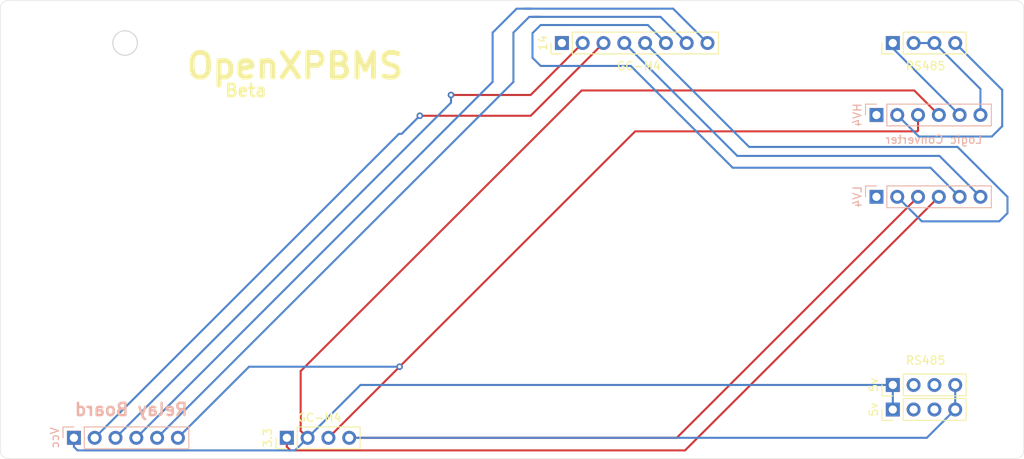
<source format=kicad_pcb>
(kicad_pcb (version 20171130) (host pcbnew "(5.1.4)-1")

  (general
    (thickness 1.6)
    (drawings 19)
    (tracks 89)
    (zones 0)
    (modules 8)
    (nets 1)
  )

  (page A4)
  (title_block
    (title "OpenXPBMS PCB - For Adafruit Grand Central M4")
    (date 2020-01-04)
  )

  (layers
    (0 F.Cu signal)
    (31 B.Cu signal)
    (32 B.Adhes user)
    (33 F.Adhes user)
    (34 B.Paste user)
    (35 F.Paste user)
    (36 B.SilkS user)
    (37 F.SilkS user)
    (38 B.Mask user)
    (39 F.Mask user)
    (40 Dwgs.User user)
    (41 Cmts.User user)
    (42 Eco1.User user)
    (43 Eco2.User user)
    (44 Edge.Cuts user)
    (45 Margin user)
    (46 B.CrtYd user)
    (47 F.CrtYd user)
    (48 B.Fab user)
    (49 F.Fab user)
  )

  (setup
    (last_trace_width 0.25)
    (trace_clearance 0.2)
    (zone_clearance 0.508)
    (zone_45_only no)
    (trace_min 0.2)
    (via_size 0.8)
    (via_drill 0.4)
    (via_min_size 0.4)
    (via_min_drill 0.3)
    (uvia_size 0.3)
    (uvia_drill 0.1)
    (uvias_allowed no)
    (uvia_min_size 0.2)
    (uvia_min_drill 0.1)
    (edge_width 0.05)
    (segment_width 0.2)
    (pcb_text_width 0.3)
    (pcb_text_size 1.5 1.5)
    (mod_edge_width 0.12)
    (mod_text_size 1 1)
    (mod_text_width 0.15)
    (pad_size 1.7 1.7)
    (pad_drill 1)
    (pad_to_mask_clearance 0.051)
    (solder_mask_min_width 0.25)
    (aux_axis_origin 0 0)
    (visible_elements 7FFFFFFF)
    (pcbplotparams
      (layerselection 0x010fc_ffffffff)
      (usegerberextensions false)
      (usegerberattributes false)
      (usegerberadvancedattributes false)
      (creategerberjobfile false)
      (excludeedgelayer true)
      (linewidth 0.100000)
      (plotframeref false)
      (viasonmask false)
      (mode 1)
      (useauxorigin false)
      (hpglpennumber 1)
      (hpglpenspeed 20)
      (hpglpendiameter 15.000000)
      (psnegative false)
      (psa4output false)
      (plotreference true)
      (plotvalue true)
      (plotinvisibletext false)
      (padsonsilk false)
      (subtractmaskfromsilk false)
      (outputformat 1)
      (mirror false)
      (drillshape 0)
      (scaleselection 1)
      (outputdirectory "gerbers/"))
  )

  (net 0 "")

  (net_class Default "This is the default net class."
    (clearance 0.2)
    (trace_width 0.25)
    (via_dia 0.8)
    (via_drill 0.4)
    (uvia_dia 0.3)
    (uvia_drill 0.1)
  )

  (module Connector_PinHeader_2.54mm:PinHeader_1x06_P2.54mm_Vertical (layer B.Cu) (tedit 59FED5CC) (tstamp 5E11ADEB)
    (at 100 124.46 270)
    (descr "Through hole straight pin header, 1x06, 2.54mm pitch, single row")
    (tags "Through hole pin header THT 1x06 2.54mm single row")
    (fp_text reference Vcc (at 0 2.33 270) (layer B.SilkS)
      (effects (font (size 1 1) (thickness 0.15)) (justify mirror))
    )
    (fp_text value PinHeader_1x06_P2.54mm_Vertical (at 0 -15.03 270) (layer B.Fab) hide
      (effects (font (size 1 1) (thickness 0.15)) (justify mirror))
    )
    (fp_text user %R (at 0 -6.35) (layer B.Fab) hide
      (effects (font (size 1 1) (thickness 0.15)) (justify mirror))
    )
    (fp_line (start 1.8 1.8) (end -1.8 1.8) (layer B.CrtYd) (width 0.05))
    (fp_line (start 1.8 -14.5) (end 1.8 1.8) (layer B.CrtYd) (width 0.05))
    (fp_line (start -1.8 -14.5) (end 1.8 -14.5) (layer B.CrtYd) (width 0.05))
    (fp_line (start -1.8 1.8) (end -1.8 -14.5) (layer B.CrtYd) (width 0.05))
    (fp_line (start -1.33 1.33) (end 0 1.33) (layer B.SilkS) (width 0.12))
    (fp_line (start -1.33 0) (end -1.33 1.33) (layer B.SilkS) (width 0.12))
    (fp_line (start -1.33 -1.27) (end 1.33 -1.27) (layer B.SilkS) (width 0.12))
    (fp_line (start 1.33 -1.27) (end 1.33 -14.03) (layer B.SilkS) (width 0.12))
    (fp_line (start -1.33 -1.27) (end -1.33 -14.03) (layer B.SilkS) (width 0.12))
    (fp_line (start -1.33 -14.03) (end 1.33 -14.03) (layer B.SilkS) (width 0.12))
    (fp_line (start -1.27 0.635) (end -0.635 1.27) (layer B.Fab) (width 0.1))
    (fp_line (start -1.27 -13.97) (end -1.27 0.635) (layer B.Fab) (width 0.1))
    (fp_line (start 1.27 -13.97) (end -1.27 -13.97) (layer B.Fab) (width 0.1))
    (fp_line (start 1.27 1.27) (end 1.27 -13.97) (layer B.Fab) (width 0.1))
    (fp_line (start -0.635 1.27) (end 1.27 1.27) (layer B.Fab) (width 0.1))
    (pad 6 thru_hole oval (at 0 -12.7 270) (size 1.7 1.7) (drill 1) (layers *.Cu *.Mask))
    (pad 5 thru_hole oval (at 0 -10.16 270) (size 1.7 1.7) (drill 1) (layers *.Cu *.Mask))
    (pad 4 thru_hole oval (at 0 -7.62 270) (size 1.7 1.7) (drill 1) (layers *.Cu *.Mask))
    (pad 3 thru_hole oval (at 0 -5.08 270) (size 1.7 1.7) (drill 1) (layers *.Cu *.Mask))
    (pad 2 thru_hole oval (at 0 -2.54 270) (size 1.7 1.7) (drill 1) (layers *.Cu *.Mask))
    (pad 1 thru_hole rect (at 0 0 270) (size 1.7 1.7) (drill 1) (layers *.Cu *.Mask))
    (model ${KISYS3DMOD}/Connector_PinHeader_2.54mm.3dshapes/PinHeader_1x06_P2.54mm_Vertical.wrl
      (at (xyz 0 0 0))
      (scale (xyz 1 1 1))
      (rotate (xyz 0 0 0))
    )
  )

  (module Connector_PinHeader_2.54mm:PinHeader_1x04_P2.54mm_Vertical (layer F.Cu) (tedit 59FED5CC) (tstamp 5E11AC8E)
    (at 200 121 90)
    (descr "Through hole straight pin header, 1x04, 2.54mm pitch, single row")
    (tags "Through hole pin header THT 1x04 2.54mm single row")
    (fp_text reference 5v (at 0 -2.33 90) (layer F.SilkS)
      (effects (font (size 1 1) (thickness 0.15)))
    )
    (fp_text value PinHeader_1x04_P2.54mm_Vertical (at 0 9.95 90) (layer F.Fab) hide
      (effects (font (size 1 1) (thickness 0.15)))
    )
    (fp_text user %R (at 0 3.81) (layer F.Fab) hide
      (effects (font (size 1 1) (thickness 0.15)))
    )
    (fp_line (start 1.8 -1.8) (end -1.8 -1.8) (layer F.CrtYd) (width 0.05))
    (fp_line (start 1.8 9.4) (end 1.8 -1.8) (layer F.CrtYd) (width 0.05))
    (fp_line (start -1.8 9.4) (end 1.8 9.4) (layer F.CrtYd) (width 0.05))
    (fp_line (start -1.8 -1.8) (end -1.8 9.4) (layer F.CrtYd) (width 0.05))
    (fp_line (start -1.33 -1.33) (end 0 -1.33) (layer F.SilkS) (width 0.12))
    (fp_line (start -1.33 0) (end -1.33 -1.33) (layer F.SilkS) (width 0.12))
    (fp_line (start -1.33 1.27) (end 1.33 1.27) (layer F.SilkS) (width 0.12))
    (fp_line (start 1.33 1.27) (end 1.33 8.95) (layer F.SilkS) (width 0.12))
    (fp_line (start -1.33 1.27) (end -1.33 8.95) (layer F.SilkS) (width 0.12))
    (fp_line (start -1.33 8.95) (end 1.33 8.95) (layer F.SilkS) (width 0.12))
    (fp_line (start -1.27 -0.635) (end -0.635 -1.27) (layer F.Fab) (width 0.1))
    (fp_line (start -1.27 8.89) (end -1.27 -0.635) (layer F.Fab) (width 0.1))
    (fp_line (start 1.27 8.89) (end -1.27 8.89) (layer F.Fab) (width 0.1))
    (fp_line (start 1.27 -1.27) (end 1.27 8.89) (layer F.Fab) (width 0.1))
    (fp_line (start -0.635 -1.27) (end 1.27 -1.27) (layer F.Fab) (width 0.1))
    (pad 4 thru_hole oval (at 0 7.62 90) (size 1.7 1.7) (drill 1) (layers *.Cu *.Mask))
    (pad 3 thru_hole oval (at 0 5.08 90) (size 1.7 1.7) (drill 1) (layers *.Cu *.Mask))
    (pad 2 thru_hole oval (at 0 2.54 90) (size 1.7 1.7) (drill 1) (layers *.Cu *.Mask))
    (pad 1 thru_hole rect (at 0 0 90) (size 1.7 1.7) (drill 1) (layers *.Cu *.Mask))
    (model ${KISYS3DMOD}/Connector_PinHeader_2.54mm.3dshapes/PinHeader_1x04_P2.54mm_Vertical.wrl
      (at (xyz 0 0 0))
      (scale (xyz 1 1 1))
      (rotate (xyz 0 0 0))
    )
  )

  (module Connector_PinHeader_2.54mm:PinHeader_1x06_P2.54mm_Vertical (layer B.Cu) (tedit 59FED5CC) (tstamp 5E11AB20)
    (at 198 95 270)
    (descr "Through hole straight pin header, 1x06, 2.54mm pitch, single row")
    (tags "Through hole pin header THT 1x06 2.54mm single row")
    (fp_text reference LV4 (at 0 2.33 270) (layer B.SilkS)
      (effects (font (size 1 1) (thickness 0.15)) (justify mirror))
    )
    (fp_text value PinHeader_1x06_P2.54mm_Vertical (at 0 -15.03 270) (layer B.Fab) hide
      (effects (font (size 1 1) (thickness 0.15)) (justify mirror))
    )
    (fp_text user %R (at 0 -6.35) (layer B.Fab) hide
      (effects (font (size 1 1) (thickness 0.15)) (justify mirror))
    )
    (fp_line (start 1.8 1.8) (end -1.8 1.8) (layer B.CrtYd) (width 0.05))
    (fp_line (start 1.8 -14.5) (end 1.8 1.8) (layer B.CrtYd) (width 0.05))
    (fp_line (start -1.8 -14.5) (end 1.8 -14.5) (layer B.CrtYd) (width 0.05))
    (fp_line (start -1.8 1.8) (end -1.8 -14.5) (layer B.CrtYd) (width 0.05))
    (fp_line (start -1.33 1.33) (end 0 1.33) (layer B.SilkS) (width 0.12))
    (fp_line (start -1.33 0) (end -1.33 1.33) (layer B.SilkS) (width 0.12))
    (fp_line (start -1.33 -1.27) (end 1.33 -1.27) (layer B.SilkS) (width 0.12))
    (fp_line (start 1.33 -1.27) (end 1.33 -14.03) (layer B.SilkS) (width 0.12))
    (fp_line (start -1.33 -1.27) (end -1.33 -14.03) (layer B.SilkS) (width 0.12))
    (fp_line (start -1.33 -14.03) (end 1.33 -14.03) (layer B.SilkS) (width 0.12))
    (fp_line (start -1.27 0.635) (end -0.635 1.27) (layer B.Fab) (width 0.1))
    (fp_line (start -1.27 -13.97) (end -1.27 0.635) (layer B.Fab) (width 0.1))
    (fp_line (start 1.27 -13.97) (end -1.27 -13.97) (layer B.Fab) (width 0.1))
    (fp_line (start 1.27 1.27) (end 1.27 -13.97) (layer B.Fab) (width 0.1))
    (fp_line (start -0.635 1.27) (end 1.27 1.27) (layer B.Fab) (width 0.1))
    (pad 6 thru_hole oval (at 0 -12.7 270) (size 1.7 1.7) (drill 1) (layers *.Cu *.Mask))
    (pad 5 thru_hole oval (at 0 -10.16 270) (size 1.7 1.7) (drill 1) (layers *.Cu *.Mask))
    (pad 4 thru_hole oval (at 0 -7.62 270) (size 1.7 1.7) (drill 1) (layers *.Cu *.Mask))
    (pad 3 thru_hole oval (at 0 -5.08 270) (size 1.7 1.7) (drill 1) (layers *.Cu *.Mask))
    (pad 2 thru_hole oval (at 0 -2.54 270) (size 1.7 1.7) (drill 1) (layers *.Cu *.Mask))
    (pad 1 thru_hole rect (at 0 0 270) (size 1.7 1.7) (drill 1) (layers *.Cu *.Mask))
    (model ${KISYS3DMOD}/Connector_PinHeader_2.54mm.3dshapes/PinHeader_1x06_P2.54mm_Vertical.wrl
      (at (xyz 0 0 0))
      (scale (xyz 1 1 1))
      (rotate (xyz 0 0 0))
    )
  )

  (module Connector_PinHeader_2.54mm:PinHeader_1x06_P2.54mm_Vertical (layer B.Cu) (tedit 59FED5CC) (tstamp 5E11A959)
    (at 198 85 270)
    (descr "Through hole straight pin header, 1x06, 2.54mm pitch, single row")
    (tags "Through hole pin header THT 1x06 2.54mm single row")
    (fp_text reference HV4 (at 0 2.33 270) (layer B.SilkS)
      (effects (font (size 1 1) (thickness 0.15)) (justify mirror))
    )
    (fp_text value PinHeader_1x06_P2.54mm_Vertical (at 0 -15.03 270) (layer B.Fab) hide
      (effects (font (size 1 1) (thickness 0.15)) (justify mirror))
    )
    (fp_text user %R (at 0 -6.35) (layer B.Fab) hide
      (effects (font (size 1 1) (thickness 0.15)) (justify mirror))
    )
    (fp_line (start 1.8 1.8) (end -1.8 1.8) (layer B.CrtYd) (width 0.05))
    (fp_line (start 1.8 -14.5) (end 1.8 1.8) (layer B.CrtYd) (width 0.05))
    (fp_line (start -1.8 -14.5) (end 1.8 -14.5) (layer B.CrtYd) (width 0.05))
    (fp_line (start -1.8 1.8) (end -1.8 -14.5) (layer B.CrtYd) (width 0.05))
    (fp_line (start -1.33 1.33) (end 0 1.33) (layer B.SilkS) (width 0.12))
    (fp_line (start -1.33 0) (end -1.33 1.33) (layer B.SilkS) (width 0.12))
    (fp_line (start -1.33 -1.27) (end 1.33 -1.27) (layer B.SilkS) (width 0.12))
    (fp_line (start 1.33 -1.27) (end 1.33 -14.03) (layer B.SilkS) (width 0.12))
    (fp_line (start -1.33 -1.27) (end -1.33 -14.03) (layer B.SilkS) (width 0.12))
    (fp_line (start -1.33 -14.03) (end 1.33 -14.03) (layer B.SilkS) (width 0.12))
    (fp_line (start -1.27 0.635) (end -0.635 1.27) (layer B.Fab) (width 0.1))
    (fp_line (start -1.27 -13.97) (end -1.27 0.635) (layer B.Fab) (width 0.1))
    (fp_line (start 1.27 -13.97) (end -1.27 -13.97) (layer B.Fab) (width 0.1))
    (fp_line (start 1.27 1.27) (end 1.27 -13.97) (layer B.Fab) (width 0.1))
    (fp_line (start -0.635 1.27) (end 1.27 1.27) (layer B.Fab) (width 0.1))
    (pad 6 thru_hole oval (at 0 -12.7 270) (size 1.7 1.7) (drill 1) (layers *.Cu *.Mask))
    (pad 5 thru_hole oval (at 0 -10.16 270) (size 1.7 1.7) (drill 1) (layers *.Cu *.Mask))
    (pad 4 thru_hole oval (at 0 -7.62 270) (size 1.7 1.7) (drill 1) (layers *.Cu *.Mask))
    (pad 3 thru_hole oval (at 0 -5.08 270) (size 1.7 1.7) (drill 1) (layers *.Cu *.Mask))
    (pad 2 thru_hole oval (at 0 -2.54 270) (size 1.7 1.7) (drill 1) (layers *.Cu *.Mask))
    (pad 1 thru_hole rect (at 0 0 270) (size 1.7 1.7) (drill 1) (layers *.Cu *.Mask))
    (model ${KISYS3DMOD}/Connector_PinHeader_2.54mm.3dshapes/PinHeader_1x06_P2.54mm_Vertical.wrl
      (at (xyz 0 0 0))
      (scale (xyz 1 1 1))
      (rotate (xyz 0 0 0))
    )
  )

  (module Connector_PinHeader_2.54mm:PinHeader_1x04_P2.54mm_Vertical (layer F.Cu) (tedit 59FED5CC) (tstamp 5E11A300)
    (at 200 118 90)
    (descr "Through hole straight pin header, 1x04, 2.54mm pitch, single row")
    (tags "Through hole pin header THT 1x04 2.54mm single row")
    (fp_text reference 5v (at 0 -2.33 90) (layer F.SilkS)
      (effects (font (size 1 1) (thickness 0.15)))
    )
    (fp_text value PinHeader_1x04_P2.54mm_Vertical (at 0 9.95 90) (layer F.Fab) hide
      (effects (font (size 1 1) (thickness 0.15)))
    )
    (fp_text user %R (at 0 3.81) (layer F.Fab) hide
      (effects (font (size 1 1) (thickness 0.15)))
    )
    (fp_line (start 1.8 -1.8) (end -1.8 -1.8) (layer F.CrtYd) (width 0.05))
    (fp_line (start 1.8 9.4) (end 1.8 -1.8) (layer F.CrtYd) (width 0.05))
    (fp_line (start -1.8 9.4) (end 1.8 9.4) (layer F.CrtYd) (width 0.05))
    (fp_line (start -1.8 -1.8) (end -1.8 9.4) (layer F.CrtYd) (width 0.05))
    (fp_line (start -1.33 -1.33) (end 0 -1.33) (layer F.SilkS) (width 0.12))
    (fp_line (start -1.33 0) (end -1.33 -1.33) (layer F.SilkS) (width 0.12))
    (fp_line (start -1.33 1.27) (end 1.33 1.27) (layer F.SilkS) (width 0.12))
    (fp_line (start 1.33 1.27) (end 1.33 8.95) (layer F.SilkS) (width 0.12))
    (fp_line (start -1.33 1.27) (end -1.33 8.95) (layer F.SilkS) (width 0.12))
    (fp_line (start -1.33 8.95) (end 1.33 8.95) (layer F.SilkS) (width 0.12))
    (fp_line (start -1.27 -0.635) (end -0.635 -1.27) (layer F.Fab) (width 0.1))
    (fp_line (start -1.27 8.89) (end -1.27 -0.635) (layer F.Fab) (width 0.1))
    (fp_line (start 1.27 8.89) (end -1.27 8.89) (layer F.Fab) (width 0.1))
    (fp_line (start 1.27 -1.27) (end 1.27 8.89) (layer F.Fab) (width 0.1))
    (fp_line (start -0.635 -1.27) (end 1.27 -1.27) (layer F.Fab) (width 0.1))
    (pad 4 thru_hole oval (at 0 7.62 90) (size 1.7 1.7) (drill 1) (layers *.Cu *.Mask))
    (pad 3 thru_hole oval (at 0 5.08 90) (size 1.7 1.7) (drill 1) (layers *.Cu *.Mask))
    (pad 2 thru_hole oval (at 0 2.54 90) (size 1.7 1.7) (drill 1) (layers *.Cu *.Mask))
    (pad 1 thru_hole rect (at 0 0 90) (size 1.7 1.7) (drill 1) (layers *.Cu *.Mask))
    (model ${KISYS3DMOD}/Connector_PinHeader_2.54mm.3dshapes/PinHeader_1x04_P2.54mm_Vertical.wrl
      (at (xyz 0 0 0))
      (scale (xyz 1 1 1))
      (rotate (xyz 0 0 0))
    )
  )

  (module Connector_PinHeader_2.54mm:PinHeader_1x04_P2.54mm_Vertical (layer F.Cu) (tedit 59FED5CC) (tstamp 5E11A120)
    (at 200 76.2 90)
    (descr "Through hole straight pin header, 1x04, 2.54mm pitch, single row")
    (tags "Through hole pin header THT 1x04 2.54mm single row")
    (fp_text reference REF** (at 0 -2.33 90) (layer F.SilkS) hide
      (effects (font (size 1 1) (thickness 0.15)))
    )
    (fp_text value PinHeader_1x04_P2.54mm_Vertical (at 0 9.95 90) (layer F.Fab) hide
      (effects (font (size 1 1) (thickness 0.15)))
    )
    (fp_text user %R (at 0 3.81) (layer F.Fab) hide
      (effects (font (size 1 1) (thickness 0.15)))
    )
    (fp_line (start 1.8 -1.8) (end -1.8 -1.8) (layer F.CrtYd) (width 0.05))
    (fp_line (start 1.8 9.4) (end 1.8 -1.8) (layer F.CrtYd) (width 0.05))
    (fp_line (start -1.8 9.4) (end 1.8 9.4) (layer F.CrtYd) (width 0.05))
    (fp_line (start -1.8 -1.8) (end -1.8 9.4) (layer F.CrtYd) (width 0.05))
    (fp_line (start -1.33 -1.33) (end 0 -1.33) (layer F.SilkS) (width 0.12))
    (fp_line (start -1.33 0) (end -1.33 -1.33) (layer F.SilkS) (width 0.12))
    (fp_line (start -1.33 1.27) (end 1.33 1.27) (layer F.SilkS) (width 0.12))
    (fp_line (start 1.33 1.27) (end 1.33 8.95) (layer F.SilkS) (width 0.12))
    (fp_line (start -1.33 1.27) (end -1.33 8.95) (layer F.SilkS) (width 0.12))
    (fp_line (start -1.33 8.95) (end 1.33 8.95) (layer F.SilkS) (width 0.12))
    (fp_line (start -1.27 -0.635) (end -0.635 -1.27) (layer F.Fab) (width 0.1))
    (fp_line (start -1.27 8.89) (end -1.27 -0.635) (layer F.Fab) (width 0.1))
    (fp_line (start 1.27 8.89) (end -1.27 8.89) (layer F.Fab) (width 0.1))
    (fp_line (start 1.27 -1.27) (end 1.27 8.89) (layer F.Fab) (width 0.1))
    (fp_line (start -0.635 -1.27) (end 1.27 -1.27) (layer F.Fab) (width 0.1))
    (pad 4 thru_hole oval (at 0 7.62 90) (size 1.7 1.7) (drill 1) (layers *.Cu *.Mask))
    (pad 3 thru_hole oval (at 0 5.08 90) (size 1.7 1.7) (drill 1) (layers *.Cu *.Mask))
    (pad 2 thru_hole oval (at 0 2.54 90) (size 1.7 1.7) (drill 1) (layers *.Cu *.Mask))
    (pad 1 thru_hole rect (at 0 0 90) (size 1.7 1.7) (drill 1) (layers *.Cu *.Mask))
    (model ${KISYS3DMOD}/Connector_PinHeader_2.54mm.3dshapes/PinHeader_1x04_P2.54mm_Vertical.wrl
      (at (xyz 0 0 0))
      (scale (xyz 1 1 1))
      (rotate (xyz 0 0 0))
    )
  )

  (module Connector_PinHeader_2.54mm:PinHeader_1x08_P2.54mm_Vertical (layer F.Cu) (tedit 59FED5CC) (tstamp 5E119BDB)
    (at 159.59 76.2 90)
    (descr "Through hole straight pin header, 1x08, 2.54mm pitch, single row")
    (tags "Through hole pin header THT 1x08 2.54mm single row")
    (fp_text reference 14 (at 0 -2.33 90) (layer F.SilkS)
      (effects (font (size 1 1) (thickness 0.15)))
    )
    (fp_text value PinHeader_1x08_P2.54mm_Vertical (at 0 20.11 90) (layer F.Fab) hide
      (effects (font (size 1 1) (thickness 0.15)))
    )
    (fp_text user %R (at 0 8.89) (layer F.Fab) hide
      (effects (font (size 1 1) (thickness 0.15)))
    )
    (fp_line (start 1.8 -1.8) (end -1.8 -1.8) (layer F.CrtYd) (width 0.05))
    (fp_line (start 1.8 19.55) (end 1.8 -1.8) (layer F.CrtYd) (width 0.05))
    (fp_line (start -1.8 19.55) (end 1.8 19.55) (layer F.CrtYd) (width 0.05))
    (fp_line (start -1.8 -1.8) (end -1.8 19.55) (layer F.CrtYd) (width 0.05))
    (fp_line (start -1.33 -1.33) (end 0 -1.33) (layer F.SilkS) (width 0.12))
    (fp_line (start -1.33 0) (end -1.33 -1.33) (layer F.SilkS) (width 0.12))
    (fp_line (start -1.33 1.27) (end 1.33 1.27) (layer F.SilkS) (width 0.12))
    (fp_line (start 1.33 1.27) (end 1.33 19.11) (layer F.SilkS) (width 0.12))
    (fp_line (start -1.33 1.27) (end -1.33 19.11) (layer F.SilkS) (width 0.12))
    (fp_line (start -1.33 19.11) (end 1.33 19.11) (layer F.SilkS) (width 0.12))
    (fp_line (start -1.27 -0.635) (end -0.635 -1.27) (layer F.Fab) (width 0.1))
    (fp_line (start -1.27 19.05) (end -1.27 -0.635) (layer F.Fab) (width 0.1))
    (fp_line (start 1.27 19.05) (end -1.27 19.05) (layer F.Fab) (width 0.1))
    (fp_line (start 1.27 -1.27) (end 1.27 19.05) (layer F.Fab) (width 0.1))
    (fp_line (start -0.635 -1.27) (end 1.27 -1.27) (layer F.Fab) (width 0.1))
    (pad 8 thru_hole oval (at 0 17.78 90) (size 1.7 1.7) (drill 1) (layers *.Cu *.Mask))
    (pad 7 thru_hole oval (at 0 15.24 90) (size 1.7 1.7) (drill 1) (layers *.Cu *.Mask))
    (pad 6 thru_hole oval (at 0 12.7 90) (size 1.7 1.7) (drill 1) (layers *.Cu *.Mask))
    (pad 5 thru_hole oval (at 0 10.16 90) (size 1.7 1.7) (drill 1) (layers *.Cu *.Mask))
    (pad 4 thru_hole oval (at 0 7.62 90) (size 1.7 1.7) (drill 1) (layers *.Cu *.Mask))
    (pad 3 thru_hole oval (at 0 5.08 90) (size 1.7 1.7) (drill 1) (layers *.Cu *.Mask))
    (pad 2 thru_hole oval (at 0 2.54 90) (size 1.7 1.7) (drill 1) (layers *.Cu *.Mask))
    (pad 1 thru_hole rect (at 0 0 90) (size 1.7 1.7) (drill 1) (layers *.Cu *.Mask))
    (model ${KISYS3DMOD}/Connector_PinHeader_2.54mm.3dshapes/PinHeader_1x08_P2.54mm_Vertical.wrl
      (at (xyz 0 0 0))
      (scale (xyz 1 1 1))
      (rotate (xyz 0 0 0))
    )
  )

  (module Connector_PinHeader_2.54mm:PinHeader_1x04_P2.54mm_Vertical (layer F.Cu) (tedit 59FED5CC) (tstamp 5E119221)
    (at 126 124.46 90)
    (descr "Through hole straight pin header, 1x04, 2.54mm pitch, single row")
    (tags "Through hole pin header THT 1x04 2.54mm single row")
    (fp_text reference 3.3 (at 0 -2.33 90) (layer F.SilkS)
      (effects (font (size 1 1) (thickness 0.15)))
    )
    (fp_text value PinHeader_1x04_P2.54mm_Vertical (at 0 9.95 90) (layer F.Fab) hide
      (effects (font (size 1 1) (thickness 0.15)))
    )
    (fp_text user %R (at 0 3.81) (layer F.Fab) hide
      (effects (font (size 1 1) (thickness 0.15)))
    )
    (fp_line (start 1.8 -1.8) (end -1.8 -1.8) (layer F.CrtYd) (width 0.05))
    (fp_line (start 1.8 9.4) (end 1.8 -1.8) (layer F.CrtYd) (width 0.05))
    (fp_line (start -1.8 9.4) (end 1.8 9.4) (layer F.CrtYd) (width 0.05))
    (fp_line (start -1.8 -1.8) (end -1.8 9.4) (layer F.CrtYd) (width 0.05))
    (fp_line (start -1.33 -1.33) (end 0 -1.33) (layer F.SilkS) (width 0.12))
    (fp_line (start -1.33 0) (end -1.33 -1.33) (layer F.SilkS) (width 0.12))
    (fp_line (start -1.33 1.27) (end 1.33 1.27) (layer F.SilkS) (width 0.12))
    (fp_line (start 1.33 1.27) (end 1.33 8.95) (layer F.SilkS) (width 0.12))
    (fp_line (start -1.33 1.27) (end -1.33 8.95) (layer F.SilkS) (width 0.12))
    (fp_line (start -1.33 8.95) (end 1.33 8.95) (layer F.SilkS) (width 0.12))
    (fp_line (start -1.27 -0.635) (end -0.635 -1.27) (layer F.Fab) (width 0.1))
    (fp_line (start -1.27 8.89) (end -1.27 -0.635) (layer F.Fab) (width 0.1))
    (fp_line (start 1.27 8.89) (end -1.27 8.89) (layer F.Fab) (width 0.1))
    (fp_line (start 1.27 -1.27) (end 1.27 8.89) (layer F.Fab) (width 0.1))
    (fp_line (start -0.635 -1.27) (end 1.27 -1.27) (layer F.Fab) (width 0.1))
    (pad 4 thru_hole oval (at 0 7.62 90) (size 1.7 1.7) (drill 1) (layers *.Cu *.Mask))
    (pad 3 thru_hole oval (at 0 5.08 90) (size 1.7 1.7) (drill 1) (layers *.Cu *.Mask))
    (pad 2 thru_hole oval (at 0 2.54 90) (size 1.7 1.7) (drill 1) (layers *.Cu *.Mask))
    (pad 1 thru_hole rect (at 0 0 90) (size 1.7 1.7) (drill 1) (layers *.Cu *.Mask))
    (model ${KISYS3DMOD}/Connector_PinHeader_2.54mm.3dshapes/PinHeader_1x04_P2.54mm_Vertical.wrl
      (at (xyz 0 0 0))
      (scale (xyz 1 1 1))
      (rotate (xyz 0 0 0))
    )
  )

  (gr_text Beta (at 121 82) (layer F.SilkS)
    (effects (font (size 1.5 1.5) (thickness 0.3)))
  )
  (gr_text OpenXPBMS (at 127 79) (layer F.SilkS)
    (effects (font (size 3 3) (thickness 0.6)))
  )
  (gr_text "Relay Board" (at 107 121) (layer B.SilkS)
    (effects (font (size 1.5 1.5) (thickness 0.3)) (justify mirror))
  )
  (gr_line (start 166 71) (end 166 127) (layer Cmts.User) (width 0.12))
  (gr_text "Logic Converter" (at 205 88) (layer B.SilkS)
    (effects (font (size 1 1) (thickness 0.15)) (justify mirror))
  )
  (gr_text RS485 (at 204 115) (layer F.SilkS)
    (effects (font (size 1 1) (thickness 0.15)))
  )
  (gr_text GC-M4 (at 169 79) (layer F.SilkS)
    (effects (font (size 1 1) (thickness 0.15)))
  )
  (gr_text GC-M4 (at 130 122) (layer F.SilkS)
    (effects (font (size 1 1) (thickness 0.15)))
  )
  (gr_text RS485 (at 204 79) (layer F.SilkS)
    (effects (font (size 1 1) (thickness 0.15)))
  )
  (gr_line (start 192 71) (end 192 127) (layer Cmts.User) (width 0.12))
  (gr_line (start 91 126) (end 91 72) (layer Edge.Cuts) (width 0.05) (tstamp 5E119F79))
  (gr_line (start 215 127) (end 92 127) (layer Edge.Cuts) (width 0.05) (tstamp 5E119F76))
  (gr_line (start 216 72) (end 216 126) (layer Edge.Cuts) (width 0.05) (tstamp 5E119F74))
  (gr_line (start 92 71) (end 215 71) (layer Edge.Cuts) (width 0.05) (tstamp 5E119F72))
  (gr_arc (start 92 72) (end 92 71) (angle -90) (layer Edge.Cuts) (width 0.05))
  (gr_arc (start 92 126) (end 91 126) (angle -90) (layer Edge.Cuts) (width 0.05))
  (gr_arc (start 215 126) (end 215 127) (angle -90) (layer Edge.Cuts) (width 0.05))
  (gr_arc (start 215 72) (end 216 72) (angle -90) (layer Edge.Cuts) (width 0.05))
  (gr_circle (center 106.25 76.2) (end 107.75 76.2) (layer Edge.Cuts) (width 0.12))

  (segment (start 126 125.56) (end 126.44 126) (width 0.25) (layer F.Cu) (net 0))
  (segment (start 126 124.46) (end 126 125.56) (width 0.25) (layer F.Cu) (net 0))
  (segment (start 174.62 126) (end 205.62 95) (width 0.25) (layer F.Cu) (net 0))
  (segment (start 126.44 126) (end 174.62 126) (width 0.25) (layer F.Cu) (net 0))
  (segment (start 127.690001 123.610001) (end 127.690001 116.309999) (width 0.25) (layer F.Cu) (net 0))
  (segment (start 128.54 124.46) (end 127.690001 123.610001) (width 0.25) (layer F.Cu) (net 0))
  (segment (start 127.690001 116.309999) (end 162 82) (width 0.25) (layer F.Cu) (net 0))
  (segment (start 202.62 82) (end 205.62 85) (width 0.25) (layer F.Cu) (net 0))
  (segment (start 162 82) (end 202.62 82) (width 0.25) (layer F.Cu) (net 0))
  (segment (start 203.08 85) (end 203.08 86.92) (width 0.25) (layer F.Cu) (net 0))
  (segment (start 203.08 86.92) (end 203 87) (width 0.25) (layer F.Cu) (net 0))
  (segment (start 168.54 87) (end 139.77 115.77) (width 0.25) (layer F.Cu) (net 0))
  (segment (start 203 87) (end 168.54 87) (width 0.25) (layer F.Cu) (net 0))
  (segment (start 173.62 124.46) (end 133.62 124.46) (width 0.25) (layer F.Cu) (net 0))
  (segment (start 203.08 95) (end 173.62 124.46) (width 0.25) (layer F.Cu) (net 0))
  (segment (start 135 118) (end 135 118) (width 0.25) (layer B.Cu) (net 0))
  (segment (start 128.54 124.46) (end 135 118) (width 0.25) (layer B.Cu) (net 0))
  (segment (start 207.62 118) (end 207.62 121) (width 0.25) (layer B.Cu) (net 0))
  (segment (start 200 118) (end 200 121) (width 0.25) (layer B.Cu) (net 0))
  (segment (start 204.16 124.46) (end 207.62 121) (width 0.25) (layer B.Cu) (net 0))
  (segment (start 133.62 124.46) (end 204.16 124.46) (width 0.25) (layer B.Cu) (net 0))
  (segment (start 210.7 81.82) (end 205.08 76.2) (width 0.25) (layer B.Cu) (net 0))
  (segment (start 210.7 85) (end 210.7 81.82) (width 0.25) (layer B.Cu) (net 0))
  (segment (start 205.08 76.2) (end 202.54 76.2) (width 0.25) (layer B.Cu) (net 0))
  (segment (start 205.7 90) (end 210.7 95) (width 0.25) (layer B.Cu) (net 0))
  (segment (start 181 89.99) (end 181 90) (width 0.25) (layer B.Cu) (net 0))
  (segment (start 167.21 76.2) (end 181 89.99) (width 0.25) (layer B.Cu) (net 0))
  (segment (start 181 90) (end 205.7 90) (width 0.25) (layer B.Cu) (net 0))
  (segment (start 100 125.56) (end 100 124.46) (width 0.25) (layer B.Cu) (net 0))
  (segment (start 100.44 126) (end 100 125.56) (width 0.25) (layer B.Cu) (net 0))
  (segment (start 127 126) (end 100.44 126) (width 0.25) (layer B.Cu) (net 0))
  (segment (start 128.54 124.46) (end 127 126) (width 0.25) (layer B.Cu) (net 0))
  (segment (start 135 118) (end 200 118) (width 0.25) (layer B.Cu) (net 0) (tstamp 5E11B2F4))
  (segment (start 139.77 115.77) (end 131.08 124.46) (width 0.25) (layer F.Cu) (net 0) (tstamp 5E11B2F9))
  (via (at 139.77 115.77) (size 0.8) (drill 0.4) (layers F.Cu B.Cu) (net 0))
  (segment (start 121.39 115.77) (end 112.7 124.46) (width 0.25) (layer B.Cu) (net 0))
  (segment (start 139.77 115.77) (end 121.39 115.77) (width 0.25) (layer B.Cu) (net 0))
  (segment (start 174.83 76.2) (end 171.63 73) (width 0.25) (layer B.Cu) (net 0))
  (segment (start 177.37 76.2) (end 173.17 72) (width 0.25) (layer B.Cu) (net 0))
  (segment (start 170.09 74) (end 157 74) (width 0.25) (layer B.Cu) (net 0))
  (segment (start 172.29 76.2) (end 170.09 74) (width 0.25) (layer B.Cu) (net 0))
  (segment (start 157 74) (end 156 75) (width 0.25) (layer B.Cu) (net 0))
  (segment (start 156 75) (end 156 78) (width 0.25) (layer B.Cu) (net 0))
  (segment (start 156 78) (end 157 79) (width 0.25) (layer B.Cu) (net 0))
  (segment (start 157 79) (end 168 79) (width 0.25) (layer B.Cu) (net 0))
  (segment (start 208.16 95) (end 204.6 91.44) (width 0.25) (layer B.Cu) (net 0))
  (segment (start 180.44 91.44) (end 180.39 91.39) (width 0.25) (layer B.Cu) (net 0))
  (segment (start 204.6 91.44) (end 180.44 91.44) (width 0.25) (layer B.Cu) (net 0))
  (segment (start 168 79) (end 180.39 91.39) (width 0.25) (layer B.Cu) (net 0))
  (segment (start 156.87 73) (end 155.6 73) (width 0.25) (layer B.Cu) (net 0))
  (segment (start 156.87 73) (end 156 73) (width 0.25) (layer B.Cu) (net 0))
  (segment (start 171.63 73) (end 156.87 73) (width 0.25) (layer B.Cu) (net 0))
  (segment (start 155.6 73) (end 153.67 74.93) (width 0.25) (layer B.Cu) (net 0))
  (segment (start 153.67 80.95) (end 110.16 124.46) (width 0.25) (layer B.Cu) (net 0))
  (segment (start 153.67 74.93) (end 153.67 80.95) (width 0.25) (layer B.Cu) (net 0))
  (segment (start 155.82 72) (end 154.06 72) (width 0.25) (layer B.Cu) (net 0))
  (segment (start 155.82 72) (end 155 72) (width 0.25) (layer B.Cu) (net 0))
  (segment (start 173.17 72) (end 155.82 72) (width 0.25) (layer B.Cu) (net 0))
  (segment (start 154.06 72) (end 151.13 74.93) (width 0.25) (layer B.Cu) (net 0))
  (segment (start 151.13 80.95) (end 107.62 124.46) (width 0.25) (layer B.Cu) (net 0))
  (segment (start 151.13 74.93) (end 151.13 80.95) (width 0.25) (layer B.Cu) (net 0))
  (segment (start 155.78 82.55) (end 162.13 76.2) (width 0.25) (layer F.Cu) (net 0))
  (segment (start 146.05 82.55) (end 146.05 82.55) (width 0.25) (layer F.Cu) (net 0))
  (segment (start 155.78 85.09) (end 164.67 76.2) (width 0.25) (layer F.Cu) (net 0))
  (segment (start 143.51 85.09) (end 155.78 85.09) (width 0.25) (layer F.Cu) (net 0))
  (segment (start 146.05 82.55) (end 155.78 82.55) (width 0.25) (layer F.Cu) (net 0) (tstamp 5E135E49))
  (via (at 146.05 82.55) (size 0.8) (drill 0.4) (layers F.Cu B.Cu) (net 0))
  (segment (start 143.51 85.09) (end 142.24 85.09) (width 0.25) (layer F.Cu) (net 0))
  (segment (start 146.05 83.49) (end 105.08 124.46) (width 0.25) (layer B.Cu) (net 0))
  (segment (start 146.05 82.55) (end 146.05 83.49) (width 0.25) (layer B.Cu) (net 0))
  (segment (start 139.7 87.3) (end 102.54 124.46) (width 0.25) (layer B.Cu) (net 0))
  (via (at 142.24 85.09) (size 0.8) (drill 0.4) (layers F.Cu B.Cu) (net 0))
  (segment (start 140.03 87.3) (end 142.24 85.09) (width 0.25) (layer B.Cu) (net 0))
  (segment (start 139.7 87.3) (end 140.03 87.3) (width 0.25) (layer B.Cu) (net 0))
  (segment (start 200 76.84) (end 200 76.2) (width 0.25) (layer B.Cu) (net 0))
  (segment (start 208.16 85) (end 200 76.84) (width 0.25) (layer B.Cu) (net 0))
  (segment (start 213.36 81.94) (end 207.62 76.2) (width 0.25) (layer B.Cu) (net 0))
  (segment (start 213.36 86.36) (end 213.36 81.94) (width 0.25) (layer B.Cu) (net 0))
  (segment (start 212.09 87.63) (end 213.36 86.36) (width 0.25) (layer B.Cu) (net 0))
  (segment (start 200.54 85) (end 203.17 87.63) (width 0.25) (layer B.Cu) (net 0))
  (segment (start 203.17 87.63) (end 212.09 87.63) (width 0.25) (layer B.Cu) (net 0))
  (segment (start 181.55 88) (end 169.75 76.2) (width 0.25) (layer B.Cu) (net 0))
  (segment (start 182.45 88.9) (end 181.55 88) (width 0.25) (layer B.Cu) (net 0))
  (segment (start 203.54 98) (end 213 98) (width 0.25) (layer B.Cu) (net 0))
  (segment (start 200.54 95) (end 203.54 98) (width 0.25) (layer B.Cu) (net 0))
  (segment (start 213 98) (end 214 97) (width 0.25) (layer B.Cu) (net 0))
  (segment (start 214 97) (end 214 95) (width 0.25) (layer B.Cu) (net 0))
  (segment (start 214 95) (end 207.9 88.9) (width 0.25) (layer B.Cu) (net 0))
  (segment (start 207.9 88.9) (end 182.45 88.9) (width 0.25) (layer B.Cu) (net 0))

)

</source>
